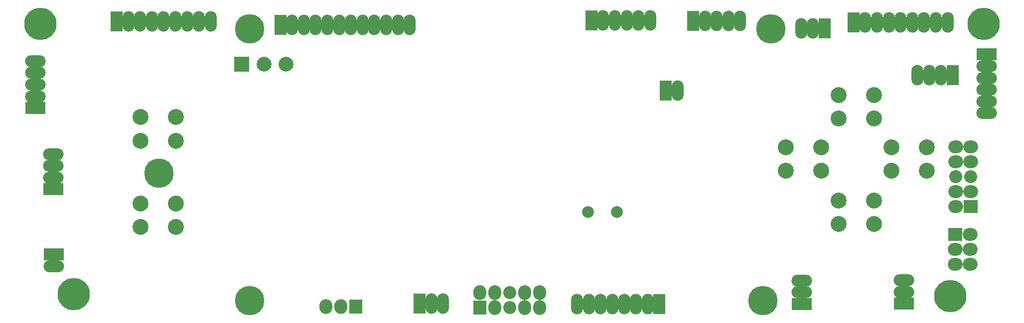
<source format=gbs>
G04 (created by PCBNEW-RS274X (2012-01-19 BZR 3256)-stable) date Fri 23 Nov 2012 05:25:31 PM NZDT*
G01*
G70*
G90*
%MOIN*%
G04 Gerber Fmt 3.4, Leading zero omitted, Abs format*
%FSLAX34Y34*%
G04 APERTURE LIST*
%ADD10C,0.020000*%
%ADD11C,0.079100*%
%ADD12C,0.106600*%
%ADD13O,0.079100X0.138100*%
%ADD14R,0.079100X0.138100*%
%ADD15R,0.094800X0.086900*%
%ADD16O,0.098700X0.086900*%
%ADD17C,0.086900*%
%ADD18C,0.197200*%
%ADD19C,0.216900*%
%ADD20O,0.138100X0.079100*%
%ADD21R,0.138100X0.079100*%
%ADD22R,0.098700X0.098700*%
%ADD23C,0.098700*%
%ADD24R,0.086900X0.094800*%
%ADD25O,0.086900X0.098700*%
G04 APERTURE END LIST*
G54D10*
G54D11*
X50133Y-26035D03*
X52055Y-26035D03*
G54D12*
X66890Y-25276D03*
X66890Y-26850D03*
X69252Y-25276D03*
X69252Y-26850D03*
X72795Y-23267D03*
X72795Y-21693D03*
X70433Y-23267D03*
X70433Y-21693D03*
X20197Y-25473D03*
X20197Y-27047D03*
X22559Y-25473D03*
X22559Y-27047D03*
X20197Y-19685D03*
X20197Y-21259D03*
X22559Y-19685D03*
X22559Y-21259D03*
X69252Y-19763D03*
X69252Y-18189D03*
X66890Y-19763D03*
X66890Y-18189D03*
X65709Y-23267D03*
X65709Y-21693D03*
X63347Y-23267D03*
X63347Y-21693D03*
G54D13*
X20162Y-13260D03*
X19375Y-13260D03*
G54D14*
X18587Y-13260D03*
G54D13*
X20949Y-13260D03*
X21737Y-13260D03*
X22524Y-13260D03*
X23311Y-13260D03*
X24098Y-13260D03*
X24886Y-13260D03*
G54D15*
X75736Y-25671D03*
G54D16*
X74736Y-25671D03*
X75736Y-24671D03*
X74736Y-24671D03*
G54D17*
X75736Y-23671D03*
X74736Y-23671D03*
G54D16*
X75736Y-22671D03*
X74736Y-22671D03*
X75736Y-21671D03*
X74736Y-21671D03*
G54D15*
X74697Y-27553D03*
G54D16*
X75697Y-27553D03*
X74697Y-28553D03*
X75697Y-28553D03*
X74697Y-29553D03*
X75697Y-29553D03*
G54D18*
X62362Y-13780D03*
G54D19*
X76575Y-13425D03*
G54D18*
X61811Y-31969D03*
G54D19*
X74370Y-31654D03*
G54D18*
X27480Y-31969D03*
G54D19*
X15709Y-31535D03*
G54D18*
X21417Y-23425D03*
G54D19*
X13504Y-13425D03*
G54D18*
X27480Y-13780D03*
G54D13*
X51925Y-13216D03*
X51138Y-13216D03*
G54D14*
X50350Y-13216D03*
G54D13*
X52712Y-13216D03*
X53500Y-13216D03*
X54287Y-13216D03*
X69454Y-13331D03*
X68667Y-13331D03*
G54D14*
X67879Y-13331D03*
G54D13*
X70241Y-13331D03*
X71029Y-13331D03*
X71816Y-13331D03*
X72603Y-13331D03*
X73390Y-13331D03*
X74178Y-13331D03*
G54D20*
X76795Y-17055D03*
X76795Y-16268D03*
G54D21*
X76795Y-15480D03*
G54D20*
X76795Y-17842D03*
X76795Y-18630D03*
X76795Y-19417D03*
G54D13*
X31114Y-13520D03*
X30326Y-13520D03*
G54D14*
X29539Y-13520D03*
G54D13*
X31901Y-13520D03*
X32689Y-13520D03*
X33476Y-13520D03*
X34263Y-13520D03*
X35051Y-13520D03*
X35838Y-13520D03*
X36626Y-13520D03*
X37413Y-13520D03*
X38200Y-13520D03*
G54D20*
X13142Y-17504D03*
X13142Y-18291D03*
G54D21*
X13142Y-19079D03*
G54D20*
X13142Y-16717D03*
X13142Y-15929D03*
X14399Y-29654D03*
G54D21*
X14399Y-28866D03*
G54D20*
X71252Y-30611D03*
X71252Y-31398D03*
G54D21*
X71252Y-32186D03*
G54D20*
X64413Y-30626D03*
X64413Y-31413D03*
G54D21*
X64413Y-32201D03*
G54D13*
X72945Y-16882D03*
X73732Y-16882D03*
G54D14*
X74520Y-16882D03*
G54D13*
X72158Y-16882D03*
X53326Y-32201D03*
X54113Y-32201D03*
G54D14*
X54901Y-32201D03*
G54D13*
X52539Y-32201D03*
X51751Y-32201D03*
X50964Y-32201D03*
X50177Y-32201D03*
X49390Y-32201D03*
X56107Y-17912D03*
G54D14*
X55319Y-17912D03*
G54D13*
X64374Y-13721D03*
X65161Y-13721D03*
G54D14*
X65949Y-13721D03*
G54D20*
X14342Y-22945D03*
X14342Y-23732D03*
G54D21*
X14342Y-24520D03*
G54D20*
X14342Y-22158D03*
G54D13*
X40429Y-32177D03*
X39642Y-32177D03*
G54D14*
X38854Y-32177D03*
G54D22*
X26965Y-16150D03*
G54D23*
X28441Y-16150D03*
X29917Y-16150D03*
G54D24*
X34579Y-32358D03*
G54D25*
X33579Y-32358D03*
X32579Y-32358D03*
G54D13*
X58728Y-13236D03*
X57941Y-13236D03*
G54D14*
X57153Y-13236D03*
G54D13*
X59515Y-13236D03*
X60303Y-13236D03*
G54D24*
X42898Y-32433D03*
G54D25*
X42898Y-31433D03*
X43898Y-32433D03*
X43898Y-31433D03*
G54D17*
X44898Y-32433D03*
X44898Y-31433D03*
G54D25*
X45898Y-32433D03*
X45898Y-31433D03*
X46898Y-32433D03*
X46898Y-31433D03*
M02*

</source>
